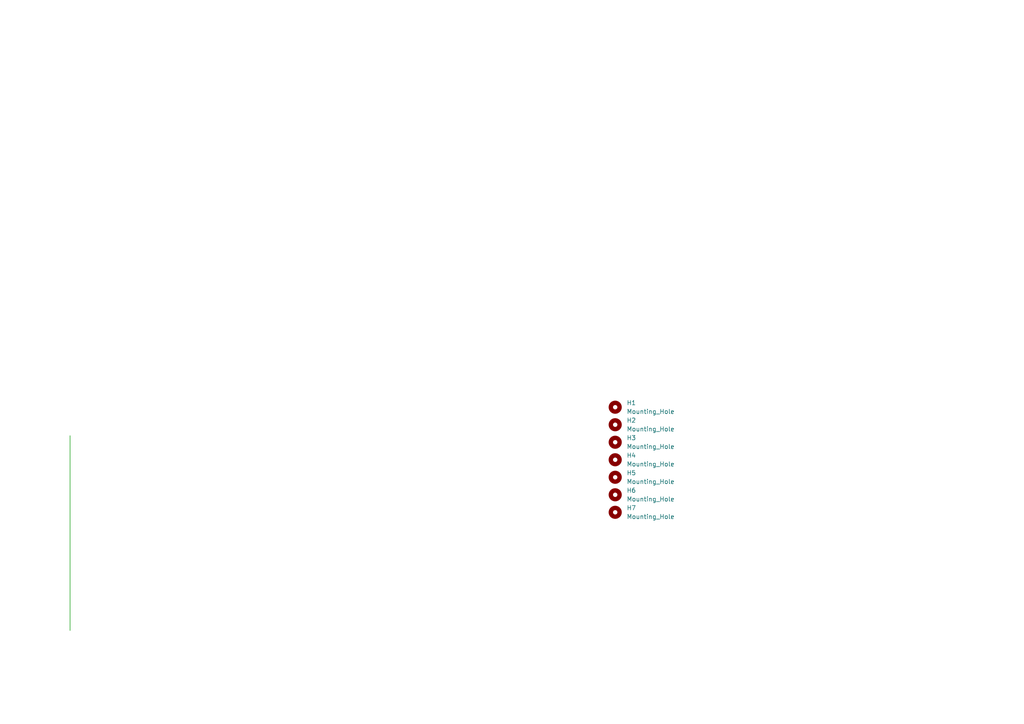
<source format=kicad_sch>
(kicad_sch (version 20230121) (generator eeschema)
  (paper "A4")
  (title_block (title "VF-31A Kairos Choc RGB") (rev "v1.0.0-rc1") (comment 2 "X=18.5mm; Y=17.5mm") (comment 3 "Spaced for MBK Glow R2 Choc Keycap Set"))
  (lib_symbols
    (symbol "ScottoKeebs:Placeholder_Mounting_Hole" (pin_names (offset 1.016))
      (property "Reference" "H" (at 0 5.08 0))
      (property "Value" "Mounting_Hole" (at 0 3.175 0))
      (symbol "Placeholder_Mounting_Hole_0_1"
        (circle (center 0 0) (radius 1.27) (stroke (width 1.27)))
      )
    )
  )
  (wire (pts (xy 20.32 126.365) (xy 20.32 182.88)))
  (symbol (lib_id "ScottoKeebs:Placeholder_Mounting_Hole") (at 178.435 118.11 0) (unit 1)
    (property "Reference" "H1" (at 181.737 116.84 0) (effects (justify left)))
    (property "Value" "Mounting_Hole" (at 181.737 119.38 0) (effects (justify left)))
    (property "Footprint" "MountingHole:MountingHole_3.5mm" (effects hide))
  )
  (symbol (lib_id "ScottoKeebs:Placeholder_Mounting_Hole") (at 178.435 143.51 0) (unit 1)
    (property "Reference" "H6" (at 181.737 142.24 0) (effects (justify left)))
    (property "Value" "Mounting_Hole" (at 181.737 144.78 0) (effects (justify left)))
    (property "Footprint" "MountingHole:MountingHole_3.5mm" (effects hide))
  )
  (symbol (lib_id "ScottoKeebs:Placeholder_Mounting_Hole") (at 178.435 128.27 0) (unit 1)
    (property "Reference" "H3" (at 181.737 127 0) (effects (justify left)))
    (property "Value" "Mounting_Hole" (at 181.737 129.54 0) (effects (justify left)))
    (property "Footprint" "MountingHole:MountingHole_3.5mm" (effects hide))
  )
  (symbol (lib_id "ScottoKeebs:Placeholder_Mounting_Hole") (at 178.435 123.19 0) (unit 1)
    (property "Reference" "H2" (at 181.737 121.92 0) (effects (justify left)))
    (property "Value" "Mounting_Hole" (at 181.737 124.46 0) (effects (justify left)))
    (property "Footprint" "MountingHole:MountingHole_3.5mm" (effects hide))
  )
  (symbol (lib_id "ScottoKeebs:Placeholder_Mounting_Hole") (at 178.435 148.59 0) (unit 1)
    (property "Reference" "H7" (at 181.737 147.32 0) (effects (justify left)))
    (property "Value" "Mounting_Hole" (at 181.737 149.86 0) (effects (justify left)))
    (property "Footprint" "MountingHole:MountingHole_3.5mm" (effects hide))
  )
  (symbol (lib_id "ScottoKeebs:Placeholder_Mounting_Hole") (at 178.435 133.35 0) (unit 1)
    (property "Reference" "H4" (at 181.737 132.08 0) (effects (justify left)))
    (property "Value" "Mounting_Hole" (at 181.737 134.62 0) (effects (justify left)))
    (property "Footprint" "MountingHole:MountingHole_3.5mm" (effects hide))
  )
  (symbol (lib_id "ScottoKeebs:Placeholder_Mounting_Hole") (at 178.435 138.43 0) (unit 1)
    (property "Reference" "H5" (at 181.737 137.16 0) (effects (justify left)))
    (property "Value" "Mounting_Hole" (at 181.737 139.7 0) (effects (justify left)))
    (property "Footprint" "MountingHole:MountingHole_3.5mm" (effects hide))
  )
)
</source>
